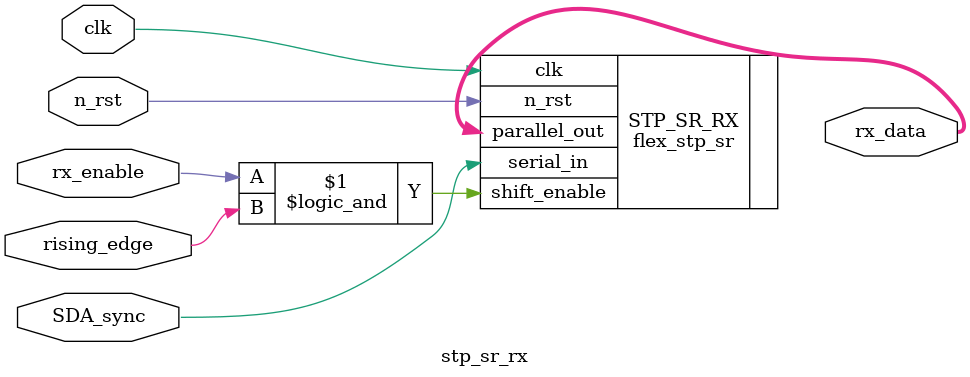
<source format=sv>

module stp_sr_rx
(
	input wire clk,
	input wire n_rst,
	input wire SDA_sync,
	input wire rising_edge,
	input wire rx_enable,
	output reg [7:0] rx_data
);

	flex_stp_sr #(8,1) STP_SR_RX
	(
		.clk(clk),
		.n_rst(n_rst),
		.shift_enable(rx_enable && rising_edge),
		.serial_in(SDA_sync),
		.parallel_out(rx_data)
	);
endmodule 

</source>
